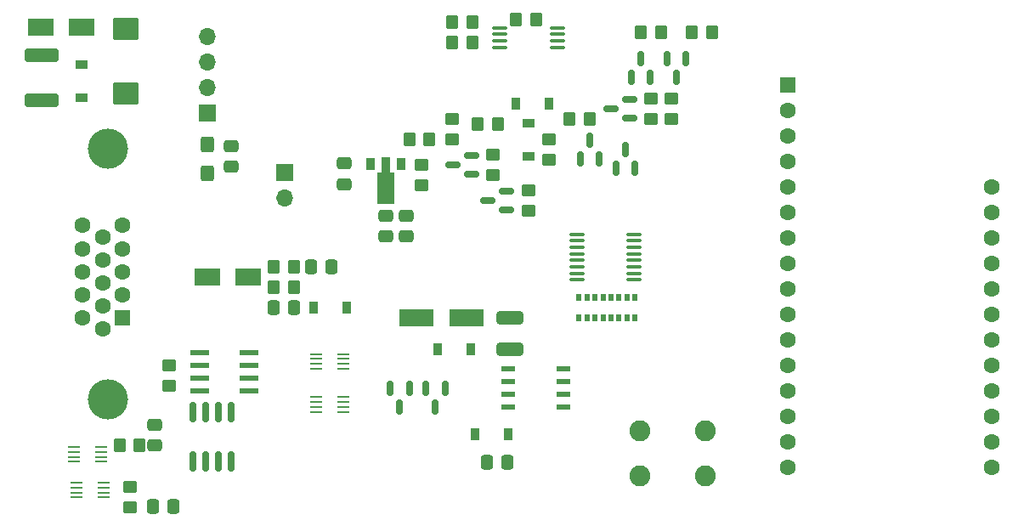
<source format=gbr>
%TF.GenerationSoftware,KiCad,Pcbnew,6.0.11-2627ca5db0~126~ubuntu22.04.1*%
%TF.CreationDate,2023-03-13T11:49:13-04:00*%
%TF.ProjectId,obd-feather,6f62642d-6665-4617-9468-65722e6b6963,1.0*%
%TF.SameCoordinates,Original*%
%TF.FileFunction,Soldermask,Top*%
%TF.FilePolarity,Negative*%
%FSLAX46Y46*%
G04 Gerber Fmt 4.6, Leading zero omitted, Abs format (unit mm)*
G04 Created by KiCad (PCBNEW 6.0.11-2627ca5db0~126~ubuntu22.04.1) date 2023-03-13 11:49:13*
%MOMM*%
%LPD*%
G01*
G04 APERTURE LIST*
G04 Aperture macros list*
%AMRoundRect*
0 Rectangle with rounded corners*
0 $1 Rounding radius*
0 $2 $3 $4 $5 $6 $7 $8 $9 X,Y pos of 4 corners*
0 Add a 4 corners polygon primitive as box body*
4,1,4,$2,$3,$4,$5,$6,$7,$8,$9,$2,$3,0*
0 Add four circle primitives for the rounded corners*
1,1,$1+$1,$2,$3*
1,1,$1+$1,$4,$5*
1,1,$1+$1,$6,$7*
1,1,$1+$1,$8,$9*
0 Add four rect primitives between the rounded corners*
20,1,$1+$1,$2,$3,$4,$5,0*
20,1,$1+$1,$4,$5,$6,$7,0*
20,1,$1+$1,$6,$7,$8,$9,0*
20,1,$1+$1,$8,$9,$2,$3,0*%
%AMFreePoly0*
4,1,9,3.862500,-0.866500,0.737500,-0.866500,0.737500,-0.450000,-0.737500,-0.450000,-0.737500,0.450000,0.737500,0.450000,0.737500,0.866500,3.862500,0.866500,3.862500,-0.866500,3.862500,-0.866500,$1*%
G04 Aperture macros list end*
%ADD10R,0.558800X0.635000*%
%ADD11R,0.900000X1.300000*%
%ADD12FreePoly0,270.000000*%
%ADD13R,1.168400X0.254000*%
%ADD14R,0.900000X1.200000*%
%ADD15C,2.082800*%
%ADD16R,1.700000X1.700000*%
%ADD17O,1.700000X1.700000*%
%ADD18R,1.460500X0.533400*%
%ADD19RoundRect,0.150000X-0.150000X0.825000X-0.150000X-0.825000X0.150000X-0.825000X0.150000X0.825000X0*%
%ADD20R,1.600000X1.600000*%
%ADD21C,1.600000*%
%ADD22RoundRect,0.250000X1.450000X-0.400000X1.450000X0.400000X-1.450000X0.400000X-1.450000X-0.400000X0*%
%ADD23R,3.500000X1.800000*%
%ADD24RoundRect,0.250000X-0.475000X0.337500X-0.475000X-0.337500X0.475000X-0.337500X0.475000X0.337500X0*%
%ADD25RoundRect,0.250000X-0.425000X0.537500X-0.425000X-0.537500X0.425000X-0.537500X0.425000X0.537500X0*%
%ADD26RoundRect,0.250000X0.337500X0.475000X-0.337500X0.475000X-0.337500X-0.475000X0.337500X-0.475000X0*%
%ADD27RoundRect,0.250000X-0.350000X-0.450000X0.350000X-0.450000X0.350000X0.450000X-0.350000X0.450000X0*%
%ADD28R,1.200000X0.900000*%
%ADD29RoundRect,0.250000X-0.450000X0.350000X-0.450000X-0.350000X0.450000X-0.350000X0.450000X0.350000X0*%
%ADD30R,1.981200X0.508000*%
%ADD31R,2.500000X1.800000*%
%ADD32RoundRect,0.150000X0.150000X-0.587500X0.150000X0.587500X-0.150000X0.587500X-0.150000X-0.587500X0*%
%ADD33RoundRect,0.150000X0.587500X0.150000X-0.587500X0.150000X-0.587500X-0.150000X0.587500X-0.150000X0*%
%ADD34RoundRect,0.100000X0.637500X0.100000X-0.637500X0.100000X-0.637500X-0.100000X0.637500X-0.100000X0*%
%ADD35C,4.000000*%
%ADD36RoundRect,0.250000X-0.337500X-0.475000X0.337500X-0.475000X0.337500X0.475000X-0.337500X0.475000X0*%
%ADD37RoundRect,0.150000X-0.150000X0.587500X-0.150000X-0.587500X0.150000X-0.587500X0.150000X0.587500X0*%
%ADD38RoundRect,0.250000X0.475000X-0.337500X0.475000X0.337500X-0.475000X0.337500X-0.475000X-0.337500X0*%
%ADD39RoundRect,0.250000X0.450000X-0.350000X0.450000X0.350000X-0.450000X0.350000X-0.450000X-0.350000X0*%
%ADD40RoundRect,0.250000X-1.025000X0.875000X-1.025000X-0.875000X1.025000X-0.875000X1.025000X0.875000X0*%
%ADD41RoundRect,0.250000X0.350000X0.450000X-0.350000X0.450000X-0.350000X-0.450000X0.350000X-0.450000X0*%
%ADD42RoundRect,0.250000X-1.075000X0.400000X-1.075000X-0.400000X1.075000X-0.400000X1.075000X0.400000X0*%
G04 APERTURE END LIST*
D10*
%TO.C,RN1*%
X171149999Y-100568600D03*
X170349999Y-100568600D03*
X169550000Y-100568600D03*
X168749999Y-100568600D03*
X167950001Y-100568600D03*
X167150000Y-100568600D03*
X166349999Y-100568600D03*
X165550001Y-100568600D03*
X165550001Y-102651400D03*
X166350001Y-102651400D03*
X167150000Y-102651400D03*
X167950001Y-102651400D03*
X168749999Y-102651400D03*
X169550000Y-102651400D03*
X170350001Y-102651400D03*
X171149999Y-102651400D03*
%TD*%
D11*
%TO.C,U9*%
X147804000Y-87250000D03*
D12*
X146304000Y-87337500D03*
D11*
X144804000Y-87250000D03*
%TD*%
D13*
%TO.C,U5*%
X115468400Y-119010999D03*
X115468400Y-119511000D03*
X115468400Y-120011000D03*
X115468400Y-120511001D03*
X118211600Y-120511001D03*
X118211600Y-120011000D03*
X118211600Y-119511000D03*
X118211600Y-119010999D03*
%TD*%
D14*
%TO.C,D16*%
X139080000Y-101620000D03*
X142380000Y-101620000D03*
%TD*%
D15*
%TO.C,S1*%
X171637600Y-113850000D03*
X178140000Y-113850000D03*
X171637600Y-118371200D03*
X178140000Y-118371200D03*
%TD*%
D16*
%TO.C,U12*%
X128522300Y-82202600D03*
D17*
X128522300Y-79662600D03*
X128522300Y-77122600D03*
X128522300Y-74582600D03*
%TD*%
D18*
%TO.C,U10*%
X158520000Y-107650000D03*
X158520000Y-108920000D03*
X158520000Y-110190000D03*
X158520000Y-111460000D03*
X163968300Y-111460000D03*
X163968300Y-110190000D03*
X163968300Y-108920000D03*
X163968300Y-107650000D03*
%TD*%
D19*
%TO.C,U7*%
X130900000Y-111990000D03*
X129630000Y-111990000D03*
X128360000Y-111990000D03*
X127090000Y-111990000D03*
X127090000Y-116940000D03*
X128360000Y-116940000D03*
X129630000Y-116940000D03*
X130900000Y-116940000D03*
%TD*%
D20*
%TO.C,U1*%
X186337500Y-79420000D03*
D21*
X186337500Y-81960000D03*
X186337500Y-84500000D03*
X186337500Y-87040000D03*
X186337500Y-89580000D03*
X186337500Y-92120000D03*
X186337500Y-94660000D03*
X186337500Y-97200000D03*
X186337500Y-99740000D03*
X186337500Y-102280000D03*
X186337500Y-104820000D03*
X186337500Y-107360000D03*
X186337500Y-109900000D03*
X186337500Y-112440000D03*
X186337500Y-114980000D03*
X186337500Y-117520000D03*
X206657500Y-117520000D03*
X206657500Y-114980000D03*
X206657500Y-112440000D03*
X206657500Y-109900000D03*
X206657500Y-107360000D03*
X206657500Y-104820000D03*
X206657500Y-102280000D03*
X206657500Y-99740000D03*
X206657500Y-97200000D03*
X206657500Y-94660000D03*
X206657500Y-92120000D03*
X206657500Y-89580000D03*
%TD*%
D16*
%TO.C,J2*%
X136260000Y-88090000D03*
D17*
X136260000Y-90630000D03*
%TD*%
D22*
%TO.C,F1*%
X112000000Y-80935000D03*
X112000000Y-76485000D03*
%TD*%
D14*
%TO.C,D13*%
X158480000Y-114220000D03*
X155180000Y-114220000D03*
%TD*%
%TO.C,D12*%
X151460000Y-105780000D03*
X154760000Y-105780000D03*
%TD*%
D23*
%TO.C,D11*%
X154340000Y-102580000D03*
X149340000Y-102580000D03*
%TD*%
D24*
%TO.C,C19*%
X130930000Y-85492500D03*
X130930000Y-87567500D03*
%TD*%
D25*
%TO.C,C17*%
X128560000Y-85370000D03*
X128560000Y-88245000D03*
%TD*%
D26*
%TO.C,C11*%
X158450000Y-117030000D03*
X156375000Y-117030000D03*
%TD*%
D27*
%TO.C,R25*%
X164608000Y-82804000D03*
X166608000Y-82804000D03*
%TD*%
D28*
%TO.C,D18*%
X115990000Y-77380000D03*
X115990000Y-80680000D03*
%TD*%
D29*
%TO.C,R21*%
X162560000Y-84852000D03*
X162560000Y-86852000D03*
%TD*%
D24*
%TO.C,C2*%
X123317000Y-113241000D03*
X123317000Y-115316000D03*
%TD*%
D26*
%TO.C,C14*%
X137181500Y-101600000D03*
X135106500Y-101600000D03*
%TD*%
D30*
%TO.C,U6*%
X132673800Y-109855000D03*
X132673800Y-108585000D03*
X132673800Y-107315000D03*
X132673800Y-106045000D03*
X127746200Y-106045000D03*
X127746200Y-107315000D03*
X127746200Y-108585000D03*
X127746200Y-109855000D03*
%TD*%
D24*
%TO.C,C7*%
X148336000Y-92434500D03*
X148336000Y-94509500D03*
%TD*%
D27*
%TO.C,R26*%
X155448000Y-83312000D03*
X157448000Y-83312000D03*
%TD*%
D31*
%TO.C,D14*%
X132556000Y-98552000D03*
X128556000Y-98552000D03*
%TD*%
%TO.C,D17*%
X115960000Y-73680000D03*
X111960000Y-73680000D03*
%TD*%
D13*
%TO.C,U3*%
X139329838Y-106215142D03*
X139329838Y-106715143D03*
X139329838Y-107215143D03*
X139329838Y-107715144D03*
X142073038Y-107715144D03*
X142073038Y-107215143D03*
X142073038Y-106715143D03*
X142073038Y-106215142D03*
%TD*%
D24*
%TO.C,C8*%
X146304000Y-92434500D03*
X146304000Y-94509500D03*
%TD*%
D32*
%TO.C,Q9*%
X165674000Y-86789500D03*
X167574000Y-86789500D03*
X166624000Y-84914500D03*
%TD*%
D33*
%TO.C,Q7*%
X158339000Y-91882000D03*
X158339000Y-89982000D03*
X156464000Y-90932000D03*
%TD*%
D34*
%TO.C,U8*%
X163390500Y-75651000D03*
X163390500Y-75001000D03*
X163390500Y-74351000D03*
X163390500Y-73701000D03*
X157665500Y-73701000D03*
X157665500Y-74351000D03*
X157665500Y-75001000D03*
X157665500Y-75651000D03*
%TD*%
D27*
%TO.C,R34*%
X135144000Y-97536000D03*
X137144000Y-97536000D03*
%TD*%
D35*
%TO.C,J1*%
X118633342Y-110765651D03*
X118633342Y-85765651D03*
D20*
X120053342Y-102580651D03*
D21*
X120053342Y-100290651D03*
X120053342Y-98000651D03*
X120053342Y-95710651D03*
X120053342Y-93420651D03*
X118073342Y-103725651D03*
X118073342Y-101435651D03*
X118073342Y-99145651D03*
X118073342Y-96855651D03*
X118073342Y-94565651D03*
X116093342Y-102580651D03*
X116093342Y-100290651D03*
X116093342Y-98000651D03*
X116093342Y-95710651D03*
X116093342Y-93420651D03*
%TD*%
D36*
%TO.C,C4*%
X123080000Y-121380000D03*
X125155000Y-121380000D03*
%TD*%
D26*
%TO.C,C13*%
X140895000Y-97520000D03*
X138820000Y-97520000D03*
%TD*%
D33*
%TO.C,Q10*%
X170609500Y-82738000D03*
X170609500Y-80838000D03*
X168734500Y-81788000D03*
%TD*%
D27*
%TO.C,R5*%
X119793000Y-115316000D03*
X121793000Y-115316000D03*
%TD*%
D37*
%TO.C,Q3*%
X176210000Y-76786500D03*
X174310000Y-76786500D03*
X175260000Y-78661500D03*
%TD*%
D13*
%TO.C,U2*%
X139344400Y-110501999D03*
X139344400Y-111002000D03*
X139344400Y-111502000D03*
X139344400Y-112002001D03*
X142087600Y-112002001D03*
X142087600Y-111502000D03*
X142087600Y-111002000D03*
X142087600Y-110501999D03*
%TD*%
D38*
%TO.C,C6*%
X142180000Y-89297500D03*
X142180000Y-87222500D03*
%TD*%
D32*
%TO.C,Q4*%
X169230000Y-87727000D03*
X171130000Y-87727000D03*
X170180000Y-85852000D03*
%TD*%
D39*
%TO.C,R18*%
X149860000Y-89376000D03*
X149860000Y-87376000D03*
%TD*%
D27*
%TO.C,R10*%
X152908000Y-75184000D03*
X154908000Y-75184000D03*
%TD*%
D40*
%TO.C,C16*%
X120390000Y-73830000D03*
X120390000Y-80230000D03*
%TD*%
D28*
%TO.C,D10*%
X160528000Y-86486000D03*
X160528000Y-83186000D03*
%TD*%
D37*
%TO.C,Q12*%
X152202000Y-109618500D03*
X150302000Y-109618500D03*
X151252000Y-111493500D03*
%TD*%
D39*
%TO.C,R20*%
X152908000Y-84836000D03*
X152908000Y-82836000D03*
%TD*%
%TO.C,R4*%
X124749000Y-109347000D03*
X124749000Y-107347000D03*
%TD*%
D41*
%TO.C,R35*%
X137144000Y-99568000D03*
X135144000Y-99568000D03*
%TD*%
D13*
%TO.C,U4*%
X115214400Y-115454999D03*
X115214400Y-115955000D03*
X115214400Y-116455000D03*
X115214400Y-116955001D03*
X117957600Y-116955001D03*
X117957600Y-116455000D03*
X117957600Y-115955000D03*
X117957600Y-115454999D03*
%TD*%
D29*
%TO.C,R16*%
X156972000Y-86376000D03*
X156972000Y-88376000D03*
%TD*%
D37*
%TO.C,Q13*%
X147696000Y-111493500D03*
X146746000Y-109618500D03*
X148646000Y-109618500D03*
%TD*%
D29*
%TO.C,R15*%
X174752000Y-80788000D03*
X174752000Y-82788000D03*
%TD*%
D41*
%TO.C,R14*%
X173720000Y-74168000D03*
X171720000Y-74168000D03*
%TD*%
D14*
%TO.C,D8*%
X162560000Y-81280000D03*
X159260000Y-81280000D03*
%TD*%
D27*
%TO.C,R19*%
X148637508Y-84821826D03*
X150637508Y-84821826D03*
%TD*%
D29*
%TO.C,R6*%
X120810000Y-119480000D03*
X120810000Y-121480000D03*
%TD*%
D39*
%TO.C,R23*%
X160528000Y-91948000D03*
X160528000Y-89948000D03*
%TD*%
D41*
%TO.C,R11*%
X154940000Y-73152000D03*
X152940000Y-73152000D03*
%TD*%
D34*
%TO.C,U11*%
X171062500Y-98835000D03*
X171062500Y-98185000D03*
X171062500Y-97535000D03*
X171062500Y-96885000D03*
X171062500Y-96235000D03*
X171062500Y-95585000D03*
X171062500Y-94935000D03*
X171062500Y-94285000D03*
X165337500Y-94285000D03*
X165337500Y-94935000D03*
X165337500Y-95585000D03*
X165337500Y-96235000D03*
X165337500Y-96885000D03*
X165337500Y-97535000D03*
X165337500Y-98185000D03*
X165337500Y-98835000D03*
%TD*%
D27*
%TO.C,R12*%
X176800000Y-74168000D03*
X178800000Y-74168000D03*
%TD*%
D29*
%TO.C,R27*%
X172720000Y-80788000D03*
X172720000Y-82788000D03*
%TD*%
D32*
%TO.C,Q2*%
X170754000Y-78661500D03*
X172654000Y-78661500D03*
X171704000Y-76786500D03*
%TD*%
D41*
%TO.C,R13*%
X161274000Y-72898000D03*
X159274000Y-72898000D03*
%TD*%
D33*
%TO.C,Q5*%
X154861500Y-88326000D03*
X154861500Y-86426000D03*
X152986500Y-87376000D03*
%TD*%
D42*
%TO.C,R29*%
X158660000Y-102610000D03*
X158660000Y-105710000D03*
%TD*%
M02*

</source>
